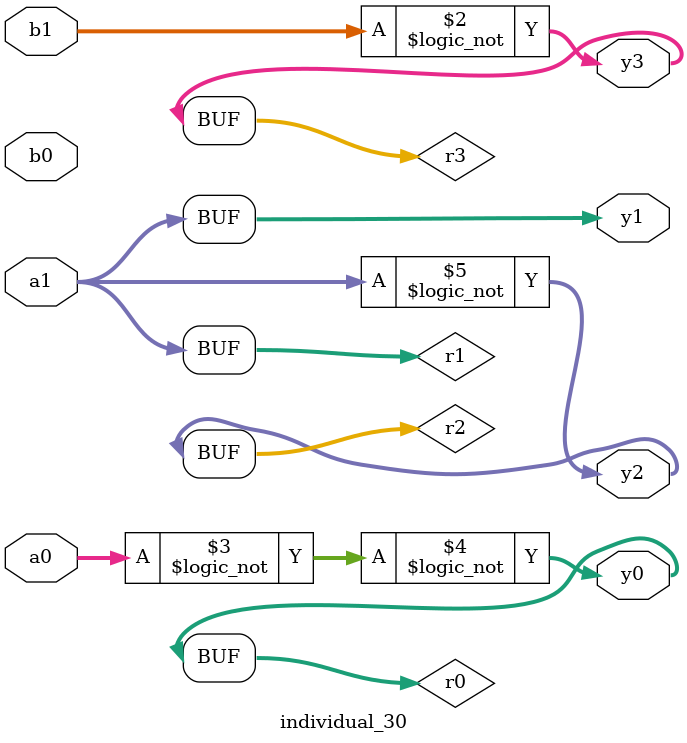
<source format=sv>
module individual_30(input logic [15:0] a1, input logic [15:0] a0, input logic [15:0] b1, input logic [15:0] b0, output logic [15:0] y3, output logic [15:0] y2, output logic [15:0] y1, output logic [15:0] y0);
logic [15:0] r0, r1, r2, r3; 
 always@(*) begin 
	 r0 = a0; r1 = a1; r2 = b0; r3 = b1; 
 	 r3 = ! b1 ;
 	 r2 = ! r0 ;
 	 r0 = ! r2 ;
 	 r2 = ! a1 ;
 	 y3 = r3; y2 = r2; y1 = r1; y0 = r0; 
end
endmodule
</source>
